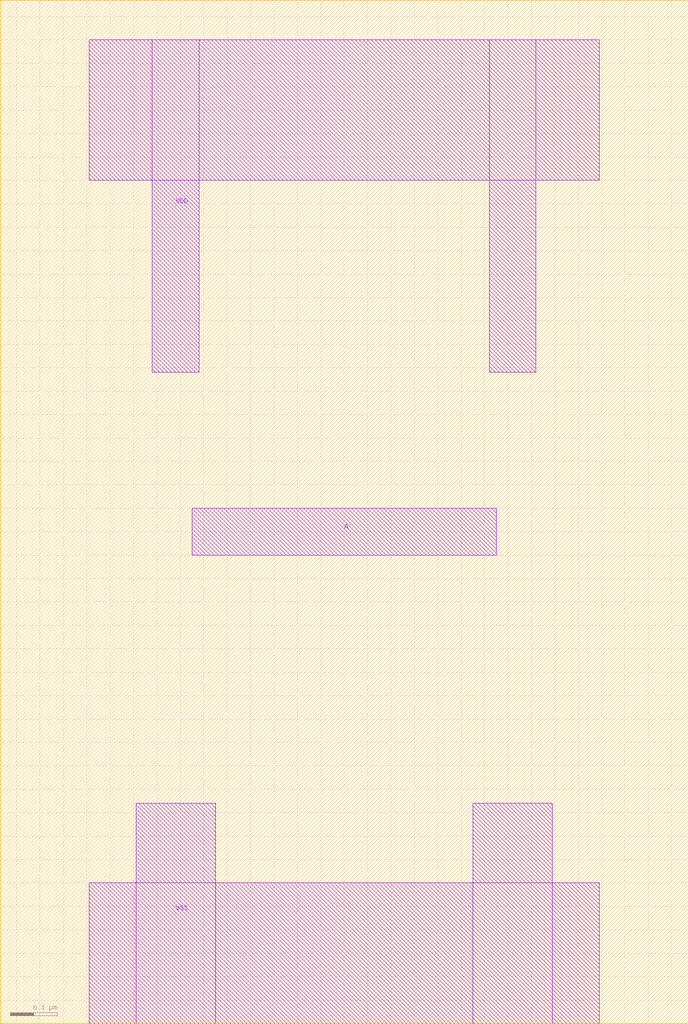
<source format=lef>
VERSION 5.7 ;
BUSBITCHARS "[]" ;
DIVIDERCHAR "/" ;

PROPERTYDEFINITIONS
  MACRO CatenaDesignType STRING ;
  LAYER LEF58_TYPE STRING ;
  LAYER LEF58_ENCLOSURE STRING ;
  LAYER LEF58_SPACING STRING ;
  LAYER LEF58_WIDTH STRING ;
  LAYER LEF58_MINSTEP STRING ;
END PROPERTYDEFINITIONS

UNITS
  CAPACITANCE PICOFARADS 1 ;
  DATABASE MICRONS 1000 ;
END UNITS
MANUFACTURINGGRID 0.005 ;
LAYER OVERLAP
  TYPE OVERLAP ;
END OVERLAP

LAYER PDK
  TYPE MASTERSLICE ;
  PROPERTY LEF58_TYPE "TYPE PWELL ;" ;
  PROPERTY LEF58_SPACING "SPACING 0.47 ;
  SPACING 0 LAYER NW ;" ;
  PROPERTY LEF58_WIDTH "WIDTH 0.47 ;" ;
END PDK

LAYER NW
  TYPE MASTERSLICE ;
  PROPERTY LEF58_TYPE "TYPE NWELL ;" ;
  PROPERTY LEF58_SPACING "SPACING 0.47 ;
  SPACING 2.5 LAYER DNW ;" ;
  PROPERTY LEF58_WIDTH "WIDTH 0.47 ;" ;
END NW

LAYER OD
  TYPE MASTERSLICE ;
  PROPERTY LEF58_TYPE "TYPE DIFFUSION ;" ;
  PROPERTY LEF58_SPACING "SPACING 0.11 ;" ;
  PROPERTY LEF58_WIDTH "WIDTH 0.08 ;" ;
END OD

LAYER PO
  TYPE ROUTING ;
  DIRECTION HORIZONTAL ;
  WIDTH 0.06 ;
  AREA 0.042 ;
  SPACINGTABLE
    PARALLELRUNLENGTH 0.004 0.184 
    WIDTH 0.004 0.12 0.12 
    WIDTH 0.134 0.12 0.18 ;
  SPACING 0.12 SAMENET ;
  MINENCLOSEDAREA 0.094 ;
  RESISTANCE RPERSQ 15.0619 ;
  CAPACITANCE CPERSQDIST 0.00637 ;
  THICKNESS 1000 ;
  EDGECAPACITANCE 0.0117 ;
  ANTENNAMODEL OXIDE1 ;
    ANTENNAAREARATIO 250 ;
    ANTENNACUMAREARATIO 5000 ;
  ANTENNAMODEL OXIDE2 ;
    ANTENNAAREARATIO 250 ;
    ANTENNACUMAREARATIO 1000 ;
  PROPERTY LEF58_TYPE "TYPE POLYROUTING ;" ;
END PO

LAYER PP
  TYPE IMPLANT ;
  WIDTH 0.18 ;
  SPACING 0.18 ;
  AREA 0.122 ;
END PP

LAYER NP
  TYPE IMPLANT ;
  WIDTH 0.18 ;
  SPACING 0.18 ;
  AREA 0.122 ;
END NP

LAYER CO
  TYPE CUT ;
  SPACING 0.11 ;
  SPACING 0.11 SAMENET ;
  SPACING 0.12 ;
  SPACING 0.14 ADJACENTCUTS 3 WITHIN 0.15 ;
  WIDTH 0.09 ;
  ENCLOSURE BELOW 0.01 0.04 ;
  ENCLOSURE ABOVE 0 0.04 ;
  ANTENNAMODEL OXIDE1 ;
    ANTENNAAREARATIO 10 ;
  ANTENNAMODEL OXIDE2 ;
    ANTENNAAREARATIO 10 ;
END CO

LAYER M1
  TYPE ROUTING ;
  DIRECTION HORIZONTAL ;
  PITCH 0.18 0.18 ;
  WIDTH 0.09 ;
  OFFSET 0.09 0.09 ;
  AREA 0.042 ;
  SPACINGTABLE
    PARALLELRUNLENGTH 0.004 0.384 0.424 1.504 4.504 
    WIDTH 0.004 0.09 0.09 0.09 0.09 0.09 
    WIDTH 0.204 0.09 0.11 0.09 0.09 0.09 
    WIDTH 0.424 0.09 0.11 0.16 0.09 0.09 
    WIDTH 1.504 0.09 0.11 0.16 0.5 0.09 
    WIDTH 4.504 0.09 0.11 0.16 0.5 1.5 ;
  SPACING 0.09 SAMENET ;
  MINIMUMCUT 1 WIDTH 0.089 FROMABOVE ;
  MINIMUMCUT 1 WIDTH 0.099 FROMABOVE ;
  MINIMUMCUT 2 WIDTH 0.299 FROMABOVE ;
  MINIMUMCUT 4 WIDTH 0.699 FROMABOVE ;
  MINIMUMCUT 2 WIDTH 0.3 FROMABOVE LENGTH 0.3 WITHIN 0.2 ;
  MINIMUMCUT 4 WIDTH 0.3 FROMABOVE LENGTH 0.3 WITHIN 0.25 ;
  MINIMUMCUT 4 WIDTH 0.7 FROMABOVE LENGTH 0.7 WITHIN 0.2 ;
  MINIMUMCUT 9 WIDTH 0.7 FROMABOVE LENGTH 0.7 WITHIN 0.35 ;
  MINIMUMCUT 2 WIDTH 0.3 FROMABOVE LENGTH 0.3 WITHIN 0.8 ;
  MINIMUMCUT 2 WIDTH 2 FROMABOVE LENGTH 2 WITHIN 2 ;
  MINIMUMCUT 2 WIDTH 3 FROMABOVE LENGTH 10 WITHIN 5 ;
  MAXWIDTH 12 ;
  MINENCLOSEDAREA 0.2 ;
  DIAGPITCH 0.38 0.38 ;
  DIAGSPACING 0.19 ;
  RESISTANCE RPERSQ 0.0868 ;
  CAPACITANCE CPERSQDIST 0.00514 ;
  THICKNESS 1800 ;
  EDGECAPACITANCE 0.00758 ;
  MINIMUMDENSITY 10 ;
  MAXIMUMDENSITY 90 ;
  DENSITYCHECKWINDOW 20 20 ;
  DENSITYCHECKSTEP 10 ;
  ANTENNAMODEL OXIDE1 ;
    ANTENNACUMAREARATIO 5000 ;
  ANTENNAMODEL OXIDE2 ;
    ANTENNACUMAREARATIO 1000 ;
  ACCURRENTDENSITY PEAK
    FREQUENCY 1 ;
    WIDTH 0.2 0.4 0.8 1.6 5 ;
    TABLEENTRIES
       9.36775 19.5501 39.9148 80.6441 253.744 ;
  ACCURRENTDENSITY RMS
    FREQUENCY 1 ;
    WIDTH 0.2 0.4 0.8 1.6 5 ;
    TABLEENTRIES
       1.20706 2.15515 3.93091 7.39472 21.9815 ;
END M1

LAYER VIA1
  TYPE CUT ;
  SPACING 0.1 ;
  SPACING 0 SAMENET LAYER CO ;
  SPACING 0.1 ;
  SPACING 0.13 ADJACENTCUTS 3 WITHIN 0.14 ;
  WIDTH 0.1 ;
  ENCLOSURE BELOW 0 0.04 ;
  ENCLOSURE ABOVE 0 0.04 ;
  ANTENNAMODEL OXIDE1 ;
    ANTENNAAREARATIO 20 ;
  ANTENNAMODEL OXIDE2 ;
    ANTENNAAREARATIO 20 ;
END VIA1

LAYER M2
  TYPE ROUTING ;
  DIRECTION VERTICAL ;
  PITCH 0.2 0.2 ;
  WIDTH 0.1 ;
  OFFSET 0.1 0.1 ;
  AREA 0.052 ;
  SPACINGTABLE
    PARALLELRUNLENGTH 0.004 0.384 0.404 1.504 4.504 
    WIDTH 0.004 0.1 0.1 0.1 0.1 0.1 
    WIDTH 0.204 0.1 0.12 0.1 0.1 0.1 
    WIDTH 0.404 0.1 0.12 0.16 0.1 0.1 
    WIDTH 1.504 0.1 0.12 0.16 0.5 0.1 
    WIDTH 4.504 0.1 0.12 0.16 0.5 1.5 ;
  SPACING 0.1 SAMENET ;
  MINIMUMCUT 1 WIDTH 0.089 FROMBELOW ;
  MINIMUMCUT 1 WIDTH 0.099 FROMBELOW ;
  MINIMUMCUT 2 WIDTH 0.299 FROMBELOW ;
  MINIMUMCUT 4 WIDTH 0.699 FROMBELOW ;
  MINIMUMCUT 1 WIDTH 0.099 FROMABOVE ;
  MINIMUMCUT 2 WIDTH 0.299 FROMABOVE ;
  MINIMUMCUT 4 WIDTH 0.699 FROMABOVE ;
  MINIMUMCUT 2 WIDTH 0.3 FROMBELOW LENGTH 0.3 WITHIN 0.2 ;
  MINIMUMCUT 4 WIDTH 0.3 FROMBELOW LENGTH 0.3 WITHIN 0.25 ;
  MINIMUMCUT 4 WIDTH 0.7 FROMBELOW LENGTH 0.7 WITHIN 0.2 ;
  MINIMUMCUT 9 WIDTH 0.7 FROMBELOW LENGTH 0.7 WITHIN 0.35 ;
  MINIMUMCUT 2 WIDTH 0.3 FROMBELOW LENGTH 0.3 WITHIN 0.8 ;
  MINIMUMCUT 2 WIDTH 2 FROMBELOW LENGTH 2 WITHIN 2 ;
  MINIMUMCUT 2 WIDTH 3 FROMBELOW LENGTH 10 WITHIN 5 ;
  MINIMUMCUT 2 WIDTH 0.3 FROMABOVE LENGTH 0.3 WITHIN 0.2 ;
  MINIMUMCUT 4 WIDTH 0.3 FROMABOVE LENGTH 0.3 WITHIN 0.25 ;
  MINIMUMCUT 4 WIDTH 0.7 FROMABOVE LENGTH 0.7 WITHIN 0.2 ;
  MINIMUMCUT 9 WIDTH 0.7 FROMABOVE LENGTH 0.7 WITHIN 0.35 ;
  MINIMUMCUT 2 WIDTH 0.3 FROMABOVE LENGTH 0.3 WITHIN 0.8 ;
  MINIMUMCUT 2 WIDTH 2 FROMABOVE LENGTH 2 WITHIN 2 ;
  MINIMUMCUT 2 WIDTH 3 FROMABOVE LENGTH 10 WITHIN 5 ;
  MAXWIDTH 12 ;
  MINENCLOSEDAREA 0.2 ;
  DIAGPITCH 0.38 0.38 ;
  DIAGSPACING 0.19 ;
  RESISTANCE RPERSQ 0.0778 ;
  CAPACITANCE CPERSQDIST 0.00298 ;
  THICKNESS 2200 ;
  EDGECAPACITANCE 0.00659 ;
  MINIMUMDENSITY 10 ;
  MAXIMUMDENSITY 90 ;
  DENSITYCHECKWINDOW 20 20 ;
  DENSITYCHECKSTEP 10 ;
  ANTENNAMODEL OXIDE1 ;
    ANTENNACUMAREARATIO 5000 ;
  ANTENNAMODEL OXIDE2 ;
    ANTENNACUMAREARATIO 1000 ;
  ACCURRENTDENSITY PEAK
    FREQUENCY 1 ;
    WIDTH 0.2 0.4 0.8 1.6 5 ;
    TABLEENTRIES
       5.72474 11.9473 24.3923 49.2825 155.066 ;
  ACCURRENTDENSITY RMS
    FREQUENCY 1 ;
    WIDTH 0.2 0.4 0.8 1.6 5 ;
    TABLEENTRIES
       0.749923 1.31913 2.37142 4.41089 12.9754 ;
END M2

LAYER VIA2
  TYPE CUT ;
  SPACING 0.1 ;
  SPACING 0 SAMENET LAYER VIA1 STACK ;
  SPACING 0.1 ;
  SPACING 0.13 ADJACENTCUTS 3 WITHIN 0.14 ;
  WIDTH 0.1 ;
  ENCLOSURE BELOW 0 0.04 ;
  ENCLOSURE ABOVE 0 0.04 ;
  ANTENNAMODEL OXIDE1 ;
    ANTENNAAREARATIO 20 ;
  ANTENNAMODEL OXIDE2 ;
    ANTENNAAREARATIO 20 ;
END VIA2

LAYER M3
  TYPE ROUTING ;
  DIRECTION HORIZONTAL ;
  PITCH 0.2 0.2 ;
  WIDTH 0.1 ;
  OFFSET 0.1 0.1 ;
  AREA 0.052 ;
  SPACINGTABLE
    PARALLELRUNLENGTH 0.004 0.384 0.404 1.504 4.504 
    WIDTH 0.004 0.1 0.1 0.1 0.1 0.1 
    WIDTH 0.204 0.1 0.12 0.1 0.1 0.1 
    WIDTH 0.404 0.1 0.12 0.16 0.1 0.1 
    WIDTH 1.504 0.1 0.12 0.16 0.5 0.1 
    WIDTH 4.504 0.1 0.12 0.16 0.5 1.5 ;
  SPACING 0.1 SAMENET ;
  MINIMUMCUT 1 WIDTH 0.099 FROMBELOW ;
  MINIMUMCUT 2 WIDTH 0.299 FROMBELOW ;
  MINIMUMCUT 4 WIDTH 0.699 FROMBELOW ;
  MINIMUMCUT 1 WIDTH 0.099 FROMABOVE ;
  MINIMUMCUT 2 WIDTH 0.299 FROMABOVE ;
  MINIMUMCUT 4 WIDTH 0.699 FROMABOVE ;
  MINIMUMCUT 2 WIDTH 0.3 FROMBELOW LENGTH 0.3 WITHIN 0.2 ;
  MINIMUMCUT 4 WIDTH 0.3 FROMBELOW LENGTH 0.3 WITHIN 0.25 ;
  MINIMUMCUT 4 WIDTH 0.7 FROMBELOW LENGTH 0.7 WITHIN 0.2 ;
  MINIMUMCUT 9 WIDTH 0.7 FROMBELOW LENGTH 0.7 WITHIN 0.35 ;
  MINIMUMCUT 2 WIDTH 0.3 FROMBELOW LENGTH 0.3 WITHIN 0.8 ;
  MINIMUMCUT 2 WIDTH 2 FROMBELOW LENGTH 2 WITHIN 2 ;
  MINIMUMCUT 2 WIDTH 3 FROMBELOW LENGTH 10 WITHIN 5 ;
  MINIMUMCUT 2 WIDTH 0.3 FROMABOVE LENGTH 0.3 WITHIN 0.2 ;
  MINIMUMCUT 4 WIDTH 0.3 FROMABOVE LENGTH 0.3 WITHIN 0.25 ;
  MINIMUMCUT 4 WIDTH 0.7 FROMABOVE LENGTH 0.7 WITHIN 0.2 ;
  MINIMUMCUT 9 WIDTH 0.7 FROMABOVE LENGTH 0.7 WITHIN 0.35 ;
  MINIMUMCUT 2 WIDTH 0.3 FROMABOVE LENGTH 0.3 WITHIN 0.8 ;
  MINIMUMCUT 2 WIDTH 2 FROMABOVE LENGTH 2 WITHIN 2 ;
  MINIMUMCUT 2 WIDTH 3 FROMABOVE LENGTH 10 WITHIN 5 ;
  MAXWIDTH 12 ;
  MINENCLOSEDAREA 0.2 ;
  DIAGPITCH 0.38 0.38 ;
  DIAGSPACING 0.19 ;
  RESISTANCE RPERSQ 0.0778 ;
  CAPACITANCE CPERSQDIST 0.00199 ;
  THICKNESS 2200 ;
  EDGECAPACITANCE 0.00578 ;
  MINIMUMDENSITY 10 ;
  MAXIMUMDENSITY 90 ;
  DENSITYCHECKWINDOW 20 20 ;
  DENSITYCHECKSTEP 10 ;
  ANTENNAMODEL OXIDE1 ;
    ANTENNACUMAREARATIO 5000 ;
  ANTENNAMODEL OXIDE2 ;
    ANTENNACUMAREARATIO 1000 ;
  ACCURRENTDENSITY PEAK
    FREQUENCY 1 ;
    WIDTH 0.2 0.4 0.8 1.6 5 ;
    TABLEENTRIES
       5.72474 11.9473 24.3923 49.2825 155.066 ;
  ACCURRENTDENSITY RMS
    FREQUENCY 1 ;
    WIDTH 0.2 0.4 0.8 1.6 5 ;
    TABLEENTRIES
       0.696634 1.16947 1.99669 3.54867 9.95791 ;
END M3

LAYER VIA3
  TYPE CUT ;
  SPACING 0.1 ;
  SPACING 0 SAMENET LAYER VIA2 STACK ;
  SPACING 0.1 ;
  SPACING 0.13 ADJACENTCUTS 3 WITHIN 0.14 ;
  WIDTH 0.1 ;
  ENCLOSURE BELOW 0 0.04 ;
  ENCLOSURE ABOVE 0 0.04 ;
  ANTENNAMODEL OXIDE1 ;
    ANTENNAAREARATIO 20 ;
  ANTENNAMODEL OXIDE2 ;
    ANTENNAAREARATIO 20 ;
END VIA3

LAYER M4
  TYPE ROUTING ;
  DIRECTION VERTICAL ;
  PITCH 0.2 0.2 ;
  WIDTH 0.1 ;
  OFFSET 0.1 0.1 ;
  AREA 0.052 ;
  SPACINGTABLE
    PARALLELRUNLENGTH 0.004 0.384 0.404 1.504 4.504 
    WIDTH 0.004 0.1 0.1 0.1 0.1 0.1 
    WIDTH 0.204 0.1 0.12 0.1 0.1 0.1 
    WIDTH 0.404 0.1 0.12 0.16 0.1 0.1 
    WIDTH 1.504 0.1 0.12 0.16 0.5 0.1 
    WIDTH 4.504 0.1 0.12 0.16 0.5 1.5 ;
  SPACING 0.1 SAMENET ;
  MINIMUMCUT 1 WIDTH 0.099 FROMBELOW ;
  MINIMUMCUT 2 WIDTH 0.299 FROMBELOW ;
  MINIMUMCUT 4 WIDTH 0.699 FROMBELOW ;
  MINIMUMCUT 1 WIDTH 0.099 FROMABOVE ;
  MINIMUMCUT 2 WIDTH 0.299 FROMABOVE ;
  MINIMUMCUT 4 WIDTH 0.699 FROMABOVE ;
  MINIMUMCUT 2 WIDTH 0.3 FROMBELOW LENGTH 0.3 WITHIN 0.2 ;
  MINIMUMCUT 4 WIDTH 0.3 FROMBELOW LENGTH 0.3 WITHIN 0.25 ;
  MINIMUMCUT 4 WIDTH 0.7 FROMBELOW LENGTH 0.7 WITHIN 0.2 ;
  MINIMUMCUT 9 WIDTH 0.7 FROMBELOW LENGTH 0.7 WITHIN 0.35 ;
  MINIMUMCUT 2 WIDTH 0.3 FROMBELOW LENGTH 0.3 WITHIN 0.8 ;
  MINIMUMCUT 2 WIDTH 2 FROMBELOW LENGTH 2 WITHIN 2 ;
  MINIMUMCUT 2 WIDTH 3 FROMBELOW LENGTH 10 WITHIN 5 ;
  MINIMUMCUT 2 WIDTH 0.3 FROMABOVE LENGTH 0.3 WITHIN 0.2 ;
  MINIMUMCUT 4 WIDTH 0.3 FROMABOVE LENGTH 0.3 WITHIN 0.25 ;
  MINIMUMCUT 4 WIDTH 0.7 FROMABOVE LENGTH 0.7 WITHIN 0.2 ;
  MINIMUMCUT 9 WIDTH 0.7 FROMABOVE LENGTH 0.7 WITHIN 0.35 ;
  MINIMUMCUT 2 WIDTH 0.3 FROMABOVE LENGTH 0.3 WITHIN 0.8 ;
  MINIMUMCUT 2 WIDTH 2 FROMABOVE LENGTH 2 WITHIN 2 ;
  MINIMUMCUT 2 WIDTH 3 FROMABOVE LENGTH 10 WITHIN 5 ;
  MAXWIDTH 12 ;
  MINENCLOSEDAREA 0.2 ;
  DIAGPITCH 0.38 0.38 ;
  DIAGSPACING 0.19 ;
  RESISTANCE RPERSQ 0.0778 ;
  CAPACITANCE CPERSQDIST 0.00149 ;
  THICKNESS 2200 ;
  EDGECAPACITANCE 0.00537 ;
  MINIMUMDENSITY 10 ;
  MAXIMUMDENSITY 90 ;
  DENSITYCHECKWINDOW 20 20 ;
  DENSITYCHECKSTEP 10 ;
  ANTENNAMODEL OXIDE1 ;
    ANTENNACUMAREARATIO 5000 ;
  ANTENNAMODEL OXIDE2 ;
    ANTENNACUMAREARATIO 1000 ;
  ACCURRENTDENSITY PEAK
    FREQUENCY 1 ;
    WIDTH 0.2 0.4 0.8 1.6 5 ;
    TABLEENTRIES
       5.72474 11.9473 24.3923 49.2825 155.066 ;
  ACCURRENTDENSITY RMS
    FREQUENCY 1 ;
    WIDTH 0.2 0.4 0.8 1.6 5 ;
    TABLEENTRIES
       0.674844 1.10631 1.83204 3.15479 8.51792 ;
END M4

LAYER VIA4
  TYPE CUT ;
  SPACING 0.1 ;
  SPACING 0 SAMENET LAYER VIA3 STACK ;
  SPACING 0.1 ;
  SPACING 0.13 ADJACENTCUTS 3 WITHIN 0.14 ;
  WIDTH 0.1 ;
  ENCLOSURE BELOW 0 0.04 ;
  ENCLOSURE ABOVE 0 0.04 ;
  ANTENNAMODEL OXIDE1 ;
    ANTENNAAREARATIO 20 ;
  ANTENNAMODEL OXIDE2 ;
    ANTENNAAREARATIO 20 ;
END VIA4

LAYER M5
  TYPE ROUTING ;
  DIRECTION HORIZONTAL ;
  PITCH 0.2 0.2 ;
  WIDTH 0.1 ;
  OFFSET 0.1 0.1 ;
  AREA 0.052 ;
  SPACINGTABLE
    PARALLELRUNLENGTH 0.004 0.384 0.404 1.504 4.504 
    WIDTH 0.004 0.1 0.1 0.1 0.1 0.1 
    WIDTH 0.204 0.1 0.12 0.1 0.1 0.1 
    WIDTH 0.404 0.1 0.12 0.16 0.1 0.1 
    WIDTH 1.504 0.1 0.12 0.16 0.5 0.1 
    WIDTH 4.504 0.1 0.12 0.16 0.5 1.5 ;
  SPACING 0.1 SAMENET ;
  MINIMUMCUT 1 WIDTH 0.099 FROMBELOW ;
  MINIMUMCUT 2 WIDTH 0.299 FROMBELOW ;
  MINIMUMCUT 4 WIDTH 0.699 FROMBELOW ;
  MINIMUMCUT 1 WIDTH 0.099 FROMABOVE ;
  MINIMUMCUT 2 WIDTH 0.299 FROMABOVE ;
  MINIMUMCUT 4 WIDTH 0.699 FROMABOVE ;
  MINIMUMCUT 2 WIDTH 0.3 FROMBELOW LENGTH 0.3 WITHIN 0.2 ;
  MINIMUMCUT 4 WIDTH 0.3 FROMBELOW LENGTH 0.3 WITHIN 0.25 ;
  MINIMUMCUT 4 WIDTH 0.7 FROMBELOW LENGTH 0.7 WITHIN 0.2 ;
  MINIMUMCUT 9 WIDTH 0.7 FROMBELOW LENGTH 0.7 WITHIN 0.35 ;
  MINIMUMCUT 2 WIDTH 0.3 FROMBELOW LENGTH 0.3 WITHIN 0.8 ;
  MINIMUMCUT 2 WIDTH 2 FROMBELOW LENGTH 2 WITHIN 2 ;
  MINIMUMCUT 2 WIDTH 3 FROMBELOW LENGTH 10 WITHIN 5 ;
  MINIMUMCUT 2 WIDTH 0.3 FROMABOVE LENGTH 0.3 WITHIN 0.2 ;
  MINIMUMCUT 4 WIDTH 0.3 FROMABOVE LENGTH 0.3 WITHIN 0.25 ;
  MINIMUMCUT 4 WIDTH 0.7 FROMABOVE LENGTH 0.7 WITHIN 0.2 ;
  MINIMUMCUT 9 WIDTH 0.7 FROMABOVE LENGTH 0.7 WITHIN 0.35 ;
  MINIMUMCUT 2 WIDTH 0.3 FROMABOVE LENGTH 0.3 WITHIN 0.8 ;
  MINIMUMCUT 2 WIDTH 2 FROMABOVE LENGTH 2 WITHIN 2 ;
  MINIMUMCUT 2 WIDTH 3 FROMABOVE LENGTH 10 WITHIN 5 ;
  MAXWIDTH 12 ;
  MINENCLOSEDAREA 0.2 ;
  DIAGPITCH 0.38 0.38 ;
  DIAGSPACING 0.19 ;
  RESISTANCE RPERSQ 0.0778 ;
  CAPACITANCE CPERSQDIST 0.0012 ;
  THICKNESS 2200 ;
  EDGECAPACITANCE 0.00513 ;
  MINIMUMDENSITY 10 ;
  MAXIMUMDENSITY 90 ;
  DENSITYCHECKWINDOW 20 20 ;
  DENSITYCHECKSTEP 10 ;
  ANTENNAMODEL OXIDE1 ;
    ANTENNACUMAREARATIO 5000 ;
  ANTENNAMODEL OXIDE2 ;
    ANTENNACUMAREARATIO 1000 ;
  ACCURRENTDENSITY PEAK
    FREQUENCY 1 ;
    WIDTH 0.2 0.4 0.8 1.6 5 ;
    TABLEENTRIES
       5.72474 11.9473 24.3923 49.2825 155.066 ;
  ACCURRENTDENSITY RMS
    FREQUENCY 1 ;
    WIDTH 0.2 0.4 0.8 1.6 5 ;
    TABLEENTRIES
       0.59004 0.967284 1.60182 2.75834 7.44752 ;
END M5

LAYER VIA5
  TYPE CUT ;
  SPACING 0.1 ;
  SPACING 0 SAMENET LAYER VIA4 STACK ;
  SPACING 0.1 ;
  SPACING 0.13 ADJACENTCUTS 3 WITHIN 0.14 ;
  WIDTH 0.1 ;
  ENCLOSURE BELOW 0 0.04 ;
  ENCLOSURE ABOVE 0 0.04 ;
  ANTENNAMODEL OXIDE1 ;
    ANTENNAAREARATIO 20 ;
  ANTENNAMODEL OXIDE2 ;
    ANTENNAAREARATIO 20 ;
END VIA5

LAYER M6
  TYPE ROUTING ;
  DIRECTION VERTICAL ;
  PITCH 0.2 0.2 ;
  WIDTH 0.1 ;
  OFFSET 0.1 0.1 ;
  AREA 0.052 ;
  SPACINGTABLE
    PARALLELRUNLENGTH 0.004 0.384 0.404 1.504 4.504 
    WIDTH 0.004 0.1 0.1 0.1 0.1 0.1 
    WIDTH 0.204 0.1 0.12 0.1 0.1 0.1 
    WIDTH 0.404 0.1 0.12 0.16 0.1 0.1 
    WIDTH 1.504 0.1 0.12 0.16 0.5 0.1 
    WIDTH 4.504 0.1 0.12 0.16 0.5 1.5 ;
  SPACING 0.1 SAMENET ;
  MINIMUMCUT 1 WIDTH 0.099 FROMBELOW ;
  MINIMUMCUT 2 WIDTH 0.299 FROMBELOW ;
  MINIMUMCUT 4 WIDTH 0.699 FROMBELOW ;
  MINIMUMCUT 1 WIDTH 0.099 FROMABOVE ;
  MINIMUMCUT 2 WIDTH 0.299 FROMABOVE ;
  MINIMUMCUT 4 WIDTH 0.699 FROMABOVE ;
  MINIMUMCUT 2 WIDTH 0.3 FROMBELOW LENGTH 0.3 WITHIN 0.2 ;
  MINIMUMCUT 4 WIDTH 0.3 FROMBELOW LENGTH 0.3 WITHIN 0.25 ;
  MINIMUMCUT 4 WIDTH 0.7 FROMBELOW LENGTH 0.7 WITHIN 0.2 ;
  MINIMUMCUT 9 WIDTH 0.7 FROMBELOW LENGTH 0.7 WITHIN 0.35 ;
  MINIMUMCUT 2 WIDTH 0.3 FROMBELOW LENGTH 0.3 WITHIN 0.8 ;
  MINIMUMCUT 2 WIDTH 2 FROMBELOW LENGTH 2 WITHIN 2 ;
  MINIMUMCUT 2 WIDTH 3 FROMBELOW LENGTH 10 WITHIN 5 ;
  MINIMUMCUT 2 WIDTH 0.3 FROMABOVE LENGTH 0.3 WITHIN 0.2 ;
  MINIMUMCUT 4 WIDTH 0.3 FROMABOVE LENGTH 0.3 WITHIN 0.25 ;
  MINIMUMCUT 4 WIDTH 0.7 FROMABOVE LENGTH 0.7 WITHIN 0.2 ;
  MINIMUMCUT 9 WIDTH 0.7 FROMABOVE LENGTH 0.7 WITHIN 0.35 ;
  MINIMUMCUT 2 WIDTH 0.3 FROMABOVE LENGTH 0.3 WITHIN 0.8 ;
  MINIMUMCUT 2 WIDTH 2 FROMABOVE LENGTH 2 WITHIN 2 ;
  MINIMUMCUT 2 WIDTH 3 FROMABOVE LENGTH 10 WITHIN 5 ;
  MAXWIDTH 12 ;
  MINENCLOSEDAREA 0.2 ;
  DIAGPITCH 0.38 0.38 ;
  DIAGSPACING 0.19 ;
  RESISTANCE RPERSQ 0.0778 ;
  CAPACITANCE CPERSQDIST 0.000996 ;
  THICKNESS 2200 ;
  EDGECAPACITANCE 0.00502 ;
  MINIMUMDENSITY 10 ;
  MAXIMUMDENSITY 90 ;
  DENSITYCHECKWINDOW 20 20 ;
  DENSITYCHECKSTEP 10 ;
  ANTENNAMODEL OXIDE1 ;
    ANTENNACUMAREARATIO 5000 ;
  ANTENNAMODEL OXIDE2 ;
    ANTENNACUMAREARATIO 1000 ;
  ACCURRENTDENSITY PEAK
    FREQUENCY 1 ;
    WIDTH 0.2 0.4 0.8 1.6 5 ;
    TABLEENTRIES
       5.72474 11.9473 24.3923 49.2825 155.066 ;
  ACCURRENTDENSITY RMS
    FREQUENCY 1 ;
    WIDTH 0.2 0.4 0.8 1.6 5 ;
    TABLEENTRIES
       0.531302 0.870991 1.44236 2.48375 6.70612 ;
END M6

LAYER VIA6
  TYPE CUT ;
  SPACING 0.1 ;
  SPACING 0 SAMENET LAYER VIA5 STACK ;
  SPACING 0.1 ;
  SPACING 0.13 ADJACENTCUTS 3 WITHIN 0.14 ;
  WIDTH 0.1 ;
  ENCLOSURE BELOW 0 0.04 ;
  ENCLOSURE ABOVE 0 0.04 ;
  ANTENNAMODEL OXIDE1 ;
    ANTENNAAREARATIO 20 ;
  ANTENNAMODEL OXIDE2 ;
    ANTENNAAREARATIO 20 ;
END VIA6

LAYER M7
  TYPE ROUTING ;
  DIRECTION HORIZONTAL ;
  PITCH 0.2 0.2 ;
  WIDTH 0.1 ;
  OFFSET 0.1 0.1 ;
  AREA 0.052 ;
  SPACINGTABLE
    PARALLELRUNLENGTH 0.004 0.384 0.404 1.504 4.504 
    WIDTH 0.004 0.1 0.1 0.1 0.1 0.1 
    WIDTH 0.204 0.1 0.12 0.1 0.1 0.1 
    WIDTH 0.404 0.1 0.12 0.16 0.1 0.1 
    WIDTH 1.504 0.1 0.12 0.16 0.5 0.1 
    WIDTH 4.504 0.1 0.12 0.16 0.5 1.5 ;
  SPACING 0.1 SAMENET ;
  MINIMUMCUT 1 WIDTH 0.099 FROMABOVE ;
  MINIMUMCUT 1 WIDTH 0.359 FROMABOVE ;
  MINIMUMCUT 2 WIDTH 1.799 FROMABOVE ;
  MINIMUMCUT 1 WIDTH 0.099 FROMBELOW ;
  MINIMUMCUT 2 WIDTH 0.299 FROMBELOW ;
  MINIMUMCUT 4 WIDTH 0.699 FROMBELOW ;
  MINIMUMCUT 2 WIDTH 0.3 FROMBELOW LENGTH 0.3 WITHIN 0.2 ;
  MINIMUMCUT 4 WIDTH 0.3 FROMBELOW LENGTH 0.3 WITHIN 0.25 ;
  MINIMUMCUT 4 WIDTH 0.7 FROMBELOW LENGTH 0.7 WITHIN 0.2 ;
  MINIMUMCUT 9 WIDTH 0.7 FROMBELOW LENGTH 0.7 WITHIN 0.35 ;
  MINIMUMCUT 2 WIDTH 0.3 FROMBELOW LENGTH 0.3 WITHIN 0.8 ;
  MINIMUMCUT 2 WIDTH 2 FROMBELOW LENGTH 2 WITHIN 2 ;
  MINIMUMCUT 2 WIDTH 3 FROMBELOW LENGTH 10 WITHIN 5 ;
  MINIMUMCUT 2 WIDTH 1.8 FROMABOVE LENGTH 1.8 WITHIN 1.7 ;
  MINIMUMCUT 2 WIDTH 3 FROMABOVE LENGTH 10 WITHIN 5 ;
  MAXWIDTH 12 ;
  MINENCLOSEDAREA 0.2 ;
  DIAGPITCH 0.38 0.38 ;
  DIAGSPACING 0.19 ;
  RESISTANCE RPERSQ 0.0778 ;
  CAPACITANCE CPERSQDIST 0.000854 ;
  THICKNESS 2200 ;
  EDGECAPACITANCE 0.00529 ;
  MINIMUMDENSITY 10 ;
  MAXIMUMDENSITY 90 ;
  DENSITYCHECKWINDOW 20 20 ;
  DENSITYCHECKSTEP 10 ;
  ANTENNAMODEL OXIDE1 ;
    ANTENNACUMAREARATIO 5000 ;
  ANTENNAMODEL OXIDE2 ;
    ANTENNACUMAREARATIO 1000 ;
  ACCURRENTDENSITY PEAK
    FREQUENCY 1 ;
    WIDTH 0.2 0.4 0.8 1.6 5 ;
    TABLEENTRIES
       5.72474 11.9473 24.3923 49.2825 155.066 ;
  ACCURRENTDENSITY RMS
    FREQUENCY 1 ;
    WIDTH 0.2 0.4 0.8 1.6 5 ;
    TABLEENTRIES
       0.486946 0.798276 1.32194 2.2764 6.14627 ;
END M7

LAYER VIA7
  TYPE CUT ;
  SPACING 0.34 ;
  SPACING 0 SAMENET LAYER VIA6 STACK ;
  SPACING 0.34 ;
  SPACING 0.54 ADJACENTCUTS 3 WITHIN 0.56 ;
  WIDTH 0.36 ;
  ENCLOSURE BELOW 0.02 0.08 ;
  ENCLOSURE ABOVE 0.02 0.08 ;
  ANTENNAMODEL OXIDE1 ;
    ANTENNAAREARATIO 20 ;
  ANTENNAMODEL OXIDE2 ;
    ANTENNAAREARATIO 20 ;
END VIA7

LAYER M8
  TYPE ROUTING ;
  DIRECTION VERTICAL ;
  PITCH 0.8 0.8 ;
  WIDTH 0.4 ;
  OFFSET 0.4 0.4 ;
  AREA 0.565 ;
  SPACINGTABLE
    PARALLELRUNLENGTH 0.004 1.504 4.504 
    WIDTH 0.004 0.4 0.4 0.4 
    WIDTH 1.504 0.4 0.5 0.5 
    WIDTH 4.504 0.4 0.5 1.5 ;
  SPACING 0.4 SAMENET ;
  MINIMUMCUT 1 WIDTH 0.099 FROMBELOW ;
  MINIMUMCUT 1 WIDTH 0.359 FROMBELOW ;
  MINIMUMCUT 2 WIDTH 1.799 FROMBELOW ;
  MINIMUMCUT 2 WIDTH 0.359 FROMABOVE ;
  MINIMUMCUT 2 WIDTH 1.8 FROMBELOW LENGTH 1.8 WITHIN 1.7 ;
  MINIMUMCUT 2 WIDTH 3 FROMBELOW LENGTH 10 WITHIN 5 ;
  MINIMUMCUT 2 WIDTH 1.8 FROMABOVE LENGTH 1.8 WITHIN 1.7 ;
  MINIMUMCUT 2 WIDTH 3 FROMABOVE LENGTH 10 WITHIN 5 ;
  MAXWIDTH 12 ;
  MINENCLOSEDAREA 0.565 ;
  RESISTANCE RPERSQ 0.0215 ;
  CAPACITANCE CPERSQDIST 0.00323 ;
  THICKNESS 9000 ;
  EDGECAPACITANCE 0.00615 ;
  MINIMUMDENSITY 10 ;
  MAXIMUMDENSITY 90 ;
  DENSITYCHECKWINDOW 20 20 ;
  DENSITYCHECKSTEP 10 ;
  ANTENNAMODEL OXIDE1 ;
    ANTENNACUMAREARATIO 5000 ;
  ANTENNAMODEL OXIDE2 ;
    ANTENNACUMAREARATIO 1000 ;
  ACCURRENTDENSITY PEAK
    FREQUENCY 1 ;
    WIDTH 0.2 0.4 0.8 1.6 5 ;
    TABLEENTRIES
       16.0372 33.8563 69.4945 140.771 443.695 ;
  ACCURRENTDENSITY RMS
    FREQUENCY 1 ;
    WIDTH 0.2 0.4 0.8 1.6 5 ;
    TABLEENTRIES
       1.29043 2.05444 3.2317 5.20772 12.6666 ;
END M8

LAYER VIA8
  TYPE CUT ;
  SPACING 0.34 ;
  SPACING 0 SAMENET LAYER VIA7 ;
  SPACING 0.34 ;
  SPACING 0.54 ADJACENTCUTS 3 WITHIN 0.56 ;
  WIDTH 0.36 ;
  ENCLOSURE BELOW 0.08 0.08 ;
  ENCLOSURE ABOVE 0.3 0.3 ;
  ANTENNAMODEL OXIDE1 ;
    ANTENNAAREARATIO 20 ;
  ANTENNAMODEL OXIDE2 ;
    ANTENNAAREARATIO 20 ;
END VIA8

LAYER M9
  TYPE ROUTING ;
  DIRECTION HORIZONTAL ;
  PITCH 4 4 ;
  WIDTH 2 ;
  OFFSET 2 2 ;
  AREA 9 ;
  SPACING 2 ;
  SPACING 2 SAMENET ;
  MINIMUMCUT 2 WIDTH 0.359 FROMBELOW ;
  MINIMUMCUT 2 WIDTH 1.8 FROMBELOW LENGTH 1.8 WITHIN 1.7 ;
  MINIMUMCUT 2 WIDTH 3 FROMBELOW LENGTH 10 WITHIN 5 ;
  MAXWIDTH 12 ;
  MINENCLOSEDAREA 9 ;
  RESISTANCE RPERSQ 0.0215 ;
  CAPACITANCE CPERSQDIST 0.00245 ;
  THICKNESS 34000 ;
  EDGECAPACITANCE 0.00564 ;
  MINIMUMDENSITY 10 ;
  MAXIMUMDENSITY 80 ;
  DENSITYCHECKWINDOW 100 100 ;
  DENSITYCHECKSTEP 50 ;
  ANTENNAMODEL OXIDE1 ;
    ANTENNACUMAREARATIO 5000 ;
  ANTENNAMODEL OXIDE2 ;
    ANTENNACUMAREARATIO 1000 ;
  ACCURRENTDENSITY PEAK
    FREQUENCY 1 ;
    WIDTH 0.2 0.4 0.8 1.6 5 ;
    TABLEENTRIES
       16.0372 33.8563 69.4945 140.771 443.695 ;
  ACCURRENTDENSITY RMS
    FREQUENCY 1 ;
    WIDTH 0.2 0.4 0.8 1.6 5 ;
    TABLEENTRIES
       1.64281 2.60223 4.05931 6.46339 15.3636 ;
END M9

LAYER RV
  TYPE CUT ;
  SPACING 3 ;
  WIDTH 3 ;
  ENCLOSURE BELOW 1.5 1.5 ;
  ENCLOSURE ABOVE 1.5 1.5 ;
END RV

LAYER AP
  TYPE ROUTING ;
  DIRECTION VERTICAL ;
  WIDTH 3 ;
  SPACING 2 ;
  MAXWIDTH 35 ;
  MINIMUMDENSITY 10 ;
  MAXIMUMDENSITY 70 ;
  ANTENNAMODEL OXIDE1 ;
    ANTENNACUMAREARATIO 5000 ;
  ANTENNAMODEL OXIDE2 ;
    ANTENNACUMAREARATIO 1000 ;
END AP

MAXVIASTACK 4 RANGE M1 M7 ;
VIARULE AP_M9 GENERATE
  LAYER M9 ;
    ENCLOSURE 1.5 1.5 ;
  LAYER AP ;
    ENCLOSURE 1.5 1.5 ;
  LAYER RV ;
    RECT -1.5 -1.5 1.5 1.5 ;
    SPACING 6 BY 6 ;
END AP_M9

VIARULE M9_M8 GENERATE DEFAULT
  LAYER M8 ;
    ENCLOSURE 0.08 0.08 ;
  LAYER M9 ;
    ENCLOSURE 0.3 0.3 ;
  LAYER VIA8 ;
    RECT -0.18 -0.18 0.18 0.18 ;
    SPACING 0.7 BY 0.7 ;
END M9_M8

VIARULE M8_M7 GENERATE DEFAULT
  LAYER M7 ;
    ENCLOSURE 0.08 0.08 ;
  LAYER M8 ;
    ENCLOSURE 0.08 0.08 ;
  LAYER VIA7 ;
    RECT -0.18 -0.18 0.18 0.18 ;
    SPACING 0.7 BY 0.7 ;
END M8_M7

VIARULE M7_M6 GENERATE DEFAULT
  LAYER M6 ;
    ENCLOSURE 0.04 0.04 ;
  LAYER M7 ;
    ENCLOSURE 0.04 0.04 ;
  LAYER VIA6 ;
    RECT -0.05 -0.05 0.05 0.05 ;
    SPACING 0.2 BY 0.2 ;
END M7_M6

VIARULE M6_M5 GENERATE DEFAULT
  LAYER M5 ;
    ENCLOSURE 0.04 0.04 ;
  LAYER M6 ;
    ENCLOSURE 0.04 0.04 ;
  LAYER VIA5 ;
    RECT -0.05 -0.05 0.05 0.05 ;
    SPACING 0.2 BY 0.2 ;
END M6_M5

VIARULE M5_M4 GENERATE DEFAULT
  LAYER M4 ;
    ENCLOSURE 0.04 0.04 ;
  LAYER M5 ;
    ENCLOSURE 0.04 0.04 ;
  LAYER VIA4 ;
    RECT -0.05 -0.05 0.05 0.05 ;
    SPACING 0.2 BY 0.2 ;
END M5_M4

VIARULE M4_M3 GENERATE DEFAULT
  LAYER M3 ;
    ENCLOSURE 0.04 0.04 ;
  LAYER M4 ;
    ENCLOSURE 0.04 0.04 ;
  LAYER VIA3 ;
    RECT -0.05 -0.05 0.05 0.05 ;
    SPACING 0.2 BY 0.2 ;
END M4_M3

VIARULE M3_M2 GENERATE DEFAULT
  LAYER M2 ;
    ENCLOSURE 0.04 0.04 ;
  LAYER M3 ;
    ENCLOSURE 0.04 0.04 ;
  LAYER VIA2 ;
    RECT -0.05 -0.05 0.05 0.05 ;
    SPACING 0.2 BY 0.2 ;
END M3_M2

VIARULE M2_M1 GENERATE DEFAULT
  LAYER M1 ;
    ENCLOSURE 0.04 0.04 ;
  LAYER M2 ;
    ENCLOSURE 0.04 0.04 ;
  LAYER VIA1 ;
    RECT -0.05 -0.05 0.05 0.05 ;
    SPACING 0.2 BY 0.2 ;
END M2_M1

VIARULE M1_PO GENERATE DEFAULT
  LAYER PO ;
    ENCLOSURE 0.04 0.04 ;
  LAYER M1 ;
    ENCLOSURE 0.04 0.04 ;
  LAYER CO ;
    RECT -0.045 -0.045 0.045 0.045 ;
    SPACING 0.2 BY 0.2 ;
END M1_PO

VIARULE M1_NPO GENERATE
  LAYER PO ;
    ENCLOSURE 0.04 0.04 ;
  LAYER M1 ;
    ENCLOSURE 0.04 0.04 ;
  LAYER CO ;
    RECT -0.045 -0.045 0.045 0.045 ;
    SPACING 0.2 BY 0.2 ;
END M1_NPO

VIARULE M1_PPO GENERATE
  LAYER PO ;
    ENCLOSURE 0.04 0.04 ;
  LAYER M1 ;
    ENCLOSURE 0.04 0.04 ;
  LAYER CO ;
    RECT -0.045 -0.045 0.045 0.045 ;
    SPACING 0.2 BY 0.2 ;
END M1_PPO

VIARULE M1_OD GENERATE
  LAYER OD ;
    ENCLOSURE 0.03 0.03 ;
  LAYER M1 ;
    ENCLOSURE 0.04 0.04 ;
  LAYER CO ;
    RECT -0.045 -0.045 0.045 0.045 ;
    SPACING 0.2 BY 0.2 ;
END M1_OD

VIARULE M1_NOD GENERATE
  LAYER OD ;
    ENCLOSURE 0.03 0.03 ;
  LAYER M1 ;
    ENCLOSURE 0.04 0.04 ;
  LAYER CO ;
    RECT -0.045 -0.045 0.045 0.045 ;
    SPACING 0.2 BY 0.2 ;
END M1_NOD

VIARULE M1_POD GENERATE
  LAYER OD ;
    ENCLOSURE 0.03 0.03 ;
  LAYER M1 ;
    ENCLOSURE 0.04 0.04 ;
  LAYER CO ;
    RECT -0.045 -0.045 0.045 0.045 ;
    SPACING 0.2 BY 0.2 ;
END M1_POD

VIARULE M1_NW GENERATE
  LAYER OD ;
    ENCLOSURE 0.03 0.03 ;
  LAYER M1 ;
    ENCLOSURE 0.04 0.04 ;
  LAYER CO ;
    RECT -0.045 -0.045 0.045 0.045 ;
    SPACING 0.2 BY 0.2 ;
END M1_NW

VIARULE M1_SUB GENERATE
  LAYER OD ;
    ENCLOSURE 0.03 0.03 ;
  LAYER M1 ;
    ENCLOSURE 0.04 0.04 ;
  LAYER CO ;
    RECT -0.045 -0.045 0.045 0.045 ;
    SPACING 0.2 BY 0.2 ;
END M1_SUB

VIARULE U276_V2_BASE GENERATE
  LAYER M2 ;
    ENCLOSURE 0 0.07 ;
  LAYER M3 ;
    ENCLOSURE 0 0.07 ;
  LAYER VIA2 ;
    RECT -0.05 -0.05 0.05 0.05 ;
    SPACING 0.1 BY 0.1 ;
END U276_V2_BASE

VIARULE U276_PC_1 GENERATE
  LAYER PO ;
    ENCLOSURE 0 0.06 ;
  LAYER M1 ;
    ENCLOSURE 0.06 0.06 ;
  LAYER CO ;
    RECT -0.045 -0.045 0.045 0.045 ;
    SPACING 0.09 BY 0.09 ;
END U276_PC_1

VIARULE U276_OC_1 GENERATE
  LAYER OD ;
    ENCLOSURE 0 0.06 ;
  LAYER M1 ;
    ENCLOSURE 0.06 0.06 ;
  LAYER CO ;
    RECT -0.045 -0.045 0.045 0.045 ;
    SPACING 0.09 BY 0.09 ;
END U276_OC_1

VIARULE U276_V1_BASE GENERATE
  LAYER M1 ;
    ENCLOSURE 0 0.07 ;
  LAYER M2 ;
    ENCLOSURE 0 0.07 ;
  LAYER VIA1 ;
    RECT -0.05 -0.05 0.05 0.05 ;
    SPACING 0.1 BY 0.1 ;
END U276_V1_BASE

VIARULE U276_OC GENERATE
  LAYER OD ;
    ENCLOSURE 0.045 0.06 ;
  LAYER M1 ;
    ENCLOSURE 0.06 0.06 ;
  LAYER CO ;
    RECT -0.045 -0.045 0.045 0.045 ;
    SPACING 0.09 BY 0.09 ;
END U276_OC

VIARULE U276_PC GENERATE
  LAYER PO ;
    ENCLOSURE 0.045 0.06 ;
  LAYER M1 ;
    ENCLOSURE 0.042 0.06 ;
  LAYER CO ;
    RECT -0.045 -0.045 0.045 0.045 ;
    SPACING 0.09 BY 0.09 ;
END U276_PC

VIARULE U260_V2_BASE GENERATE
  LAYER M2 ;
    ENCLOSURE 0 0.07 ;
  LAYER M3 ;
    ENCLOSURE 0 0.07 ;
  LAYER VIA2 ;
    RECT -0.05 -0.05 0.05 0.05 ;
    SPACING 0.1 BY 0.1 ;
END U260_V2_BASE

VIARULE U260_OC GENERATE
  LAYER OD ;
    ENCLOSURE 0.045 0.06 ;
  LAYER M1 ;
    ENCLOSURE 0.06 0.06 ;
  LAYER CO ;
    RECT -0.045 -0.045 0.045 0.045 ;
    SPACING 0.09 BY 0.09 ;
END U260_OC

VIARULE U260_V1_BASE GENERATE
  LAYER M1 ;
    ENCLOSURE 0 0.07 ;
  LAYER M2 ;
    ENCLOSURE 0 0.07 ;
  LAYER VIA1 ;
    RECT -0.05 -0.05 0.05 0.05 ;
    SPACING 0.1 BY 0.1 ;
END U260_V1_BASE

VIARULE U260_OC_1 GENERATE
  LAYER OD ;
    ENCLOSURE 0 0.06 ;
  LAYER M1 ;
    ENCLOSURE 0.06 0.06 ;
  LAYER CO ;
    RECT -0.045 -0.045 0.045 0.045 ;
    SPACING 0.09 BY 0.09 ;
END U260_OC_1

VIARULE U260_PC GENERATE
  LAYER PO ;
    ENCLOSURE 0.045 0.06 ;
  LAYER M1 ;
    ENCLOSURE 0.042 0.06 ;
  LAYER CO ;
    RECT -0.045 -0.045 0.045 0.045 ;
    SPACING 0.09 BY 0.09 ;
END U260_PC

VIARULE U260_PC_1 GENERATE
  LAYER PO ;
    ENCLOSURE 0 0.06 ;
  LAYER M1 ;
    ENCLOSURE 0.06 0.06 ;
  LAYER CO ;
    RECT -0.045 -0.045 0.045 0.045 ;
    SPACING 0.09 BY 0.09 ;
END U260_PC_1

VIARULE U261_V2_BASE GENERATE
  LAYER M2 ;
    ENCLOSURE 0 0.07 ;
  LAYER M3 ;
    ENCLOSURE 0 0.07 ;
  LAYER VIA2 ;
    RECT -0.05 -0.05 0.05 0.05 ;
    SPACING 0.1 BY 0.1 ;
END U261_V2_BASE

VIARULE U261_OC GENERATE
  LAYER OD ;
    ENCLOSURE 0.045 0.06 ;
  LAYER M1 ;
    ENCLOSURE 0.06 0.06 ;
  LAYER CO ;
    RECT -0.045 -0.045 0.045 0.045 ;
    SPACING 0.09 BY 0.09 ;
END U261_OC

VIARULE U261_V1_BASE GENERATE
  LAYER M1 ;
    ENCLOSURE 0 0.07 ;
  LAYER M2 ;
    ENCLOSURE 0 0.07 ;
  LAYER VIA1 ;
    RECT -0.05 -0.05 0.05 0.05 ;
    SPACING 0.1 BY 0.1 ;
END U261_V1_BASE

VIARULE U261_OC_1 GENERATE
  LAYER OD ;
    ENCLOSURE 0 0.06 ;
  LAYER M1 ;
    ENCLOSURE 0.06 0.06 ;
  LAYER CO ;
    RECT -0.045 -0.045 0.045 0.045 ;
    SPACING 0.09 BY 0.09 ;
END U261_OC_1

VIARULE U261_PC GENERATE
  LAYER PO ;
    ENCLOSURE 0.045 0.06 ;
  LAYER M1 ;
    ENCLOSURE 0.042 0.06 ;
  LAYER CO ;
    RECT -0.045 -0.045 0.045 0.045 ;
    SPACING 0.09 BY 0.09 ;
END U261_PC

VIARULE U261_PC_1 GENERATE
  LAYER PO ;
    ENCLOSURE 0 0.06 ;
  LAYER M1 ;
    ENCLOSURE 0.06 0.06 ;
  LAYER CO ;
    RECT -0.045 -0.045 0.045 0.045 ;
    SPACING 0.09 BY 0.09 ;
END U261_PC_1

VIARULE U262_V2_BASE GENERATE
  LAYER M2 ;
    ENCLOSURE 0 0.07 ;
  LAYER M3 ;
    ENCLOSURE 0 0.07 ;
  LAYER VIA2 ;
    RECT -0.05 -0.05 0.05 0.05 ;
    SPACING 0.1 BY 0.1 ;
END U262_V2_BASE

VIARULE U262_OC GENERATE
  LAYER OD ;
    ENCLOSURE 0.045 0.06 ;
  LAYER M1 ;
    ENCLOSURE 0.06 0.06 ;
  LAYER CO ;
    RECT -0.045 -0.045 0.045 0.045 ;
    SPACING 0.09 BY 0.09 ;
END U262_OC

VIARULE U262_V1_BASE GENERATE
  LAYER M1 ;
    ENCLOSURE 0 0.07 ;
  LAYER M2 ;
    ENCLOSURE 0 0.07 ;
  LAYER VIA1 ;
    RECT -0.05 -0.05 0.05 0.05 ;
    SPACING 0.1 BY 0.1 ;
END U262_V1_BASE

VIARULE U262_OC_1 GENERATE
  LAYER OD ;
    ENCLOSURE 0 0.06 ;
  LAYER M1 ;
    ENCLOSURE 0.06 0.06 ;
  LAYER CO ;
    RECT -0.045 -0.045 0.045 0.045 ;
    SPACING 0.09 BY 0.09 ;
END U262_OC_1

VIARULE U262_PC GENERATE
  LAYER PO ;
    ENCLOSURE 0.045 0.06 ;
  LAYER M1 ;
    ENCLOSURE 0.042 0.06 ;
  LAYER CO ;
    RECT -0.045 -0.045 0.045 0.045 ;
    SPACING 0.09 BY 0.09 ;
END U262_PC

VIARULE U262_PC_1 GENERATE
  LAYER PO ;
    ENCLOSURE 0 0.06 ;
  LAYER M1 ;
    ENCLOSURE 0.06 0.06 ;
  LAYER CO ;
    RECT -0.045 -0.045 0.045 0.045 ;
    SPACING 0.09 BY 0.09 ;
END U262_PC_1

VIARULE U265_V2_BASE GENERATE
  LAYER M2 ;
    ENCLOSURE 0 0.07 ;
  LAYER M3 ;
    ENCLOSURE 0 0.07 ;
  LAYER VIA2 ;
    RECT -0.05 -0.05 0.05 0.05 ;
    SPACING 0.1 BY 0.1 ;
END U265_V2_BASE

VIARULE U265_OC GENERATE
  LAYER OD ;
    ENCLOSURE 0.045 0.06 ;
  LAYER M1 ;
    ENCLOSURE 0.06 0.06 ;
  LAYER CO ;
    RECT -0.045 -0.045 0.045 0.045 ;
    SPACING 0.09 BY 0.09 ;
END U265_OC

VIARULE U265_V1_BASE GENERATE
  LAYER M1 ;
    ENCLOSURE 0 0.07 ;
  LAYER M2 ;
    ENCLOSURE 0 0.07 ;
  LAYER VIA1 ;
    RECT -0.05 -0.05 0.05 0.05 ;
    SPACING 0.1 BY 0.1 ;
END U265_V1_BASE

VIARULE U265_OC_1 GENERATE
  LAYER OD ;
    ENCLOSURE 0 0.06 ;
  LAYER M1 ;
    ENCLOSURE 0.06 0.06 ;
  LAYER CO ;
    RECT -0.045 -0.045 0.045 0.045 ;
    SPACING 0.09 BY 0.09 ;
END U265_OC_1

VIARULE U265_PC GENERATE
  LAYER PO ;
    ENCLOSURE 0.045 0.06 ;
  LAYER M1 ;
    ENCLOSURE 0.042 0.06 ;
  LAYER CO ;
    RECT -0.045 -0.045 0.045 0.045 ;
    SPACING 0.09 BY 0.09 ;
END U265_PC

VIARULE U265_PC_1 GENERATE
  LAYER PO ;
    ENCLOSURE 0 0.06 ;
  LAYER M1 ;
    ENCLOSURE 0.06 0.06 ;
  LAYER CO ;
    RECT -0.045 -0.045 0.045 0.045 ;
    SPACING 0.09 BY 0.09 ;
END U265_PC_1

VIARULE U267_V2_BASE GENERATE
  LAYER M2 ;
    ENCLOSURE 0 0.07 ;
  LAYER M3 ;
    ENCLOSURE 0 0.07 ;
  LAYER VIA2 ;
    RECT -0.05 -0.05 0.05 0.05 ;
    SPACING 0.1 BY 0.1 ;
END U267_V2_BASE

VIARULE U267_OC GENERATE
  LAYER OD ;
    ENCLOSURE 0.045 0.06 ;
  LAYER M1 ;
    ENCLOSURE 0.06 0.06 ;
  LAYER CO ;
    RECT -0.045 -0.045 0.045 0.045 ;
    SPACING 0.09 BY 0.09 ;
END U267_OC

VIARULE U267_V1_BASE GENERATE
  LAYER M1 ;
    ENCLOSURE 0 0.07 ;
  LAYER M2 ;
    ENCLOSURE 0 0.07 ;
  LAYER VIA1 ;
    RECT -0.05 -0.05 0.05 0.05 ;
    SPACING 0.1 BY 0.1 ;
END U267_V1_BASE

VIARULE U267_OC_1 GENERATE
  LAYER OD ;
    ENCLOSURE 0 0.06 ;
  LAYER M1 ;
    ENCLOSURE 0.06 0.06 ;
  LAYER CO ;
    RECT -0.045 -0.045 0.045 0.045 ;
    SPACING 0.09 BY 0.09 ;
END U267_OC_1

VIARULE U267_PC GENERATE
  LAYER PO ;
    ENCLOSURE 0.045 0.06 ;
  LAYER M1 ;
    ENCLOSURE 0.042 0.06 ;
  LAYER CO ;
    RECT -0.045 -0.045 0.045 0.045 ;
    SPACING 0.09 BY 0.09 ;
END U267_PC

VIARULE U267_PC_1 GENERATE
  LAYER PO ;
    ENCLOSURE 0 0.06 ;
  LAYER M1 ;
    ENCLOSURE 0.06 0.06 ;
  LAYER CO ;
    RECT -0.045 -0.045 0.045 0.045 ;
    SPACING 0.09 BY 0.09 ;
END U267_PC_1

VIARULE U273_V2_BASE GENERATE
  LAYER M2 ;
    ENCLOSURE 0 0.07 ;
  LAYER M3 ;
    ENCLOSURE 0 0.07 ;
  LAYER VIA2 ;
    RECT -0.05 -0.05 0.05 0.05 ;
    SPACING 0.1 BY 0.1 ;
END U273_V2_BASE

VIARULE U273_OC GENERATE
  LAYER OD ;
    ENCLOSURE 0.045 0.06 ;
  LAYER M1 ;
    ENCLOSURE 0.06 0.06 ;
  LAYER CO ;
    RECT -0.045 -0.045 0.045 0.045 ;
    SPACING 0.09 BY 0.09 ;
END U273_OC

VIARULE U273_V1_BASE GENERATE
  LAYER M1 ;
    ENCLOSURE 0 0.07 ;
  LAYER M2 ;
    ENCLOSURE 0 0.07 ;
  LAYER VIA1 ;
    RECT -0.05 -0.05 0.05 0.05 ;
    SPACING 0.1 BY 0.1 ;
END U273_V1_BASE

VIARULE U273_OC_1 GENERATE
  LAYER OD ;
    ENCLOSURE 0 0.06 ;
  LAYER M1 ;
    ENCLOSURE 0.06 0.06 ;
  LAYER CO ;
    RECT -0.045 -0.045 0.045 0.045 ;
    SPACING 0.09 BY 0.09 ;
END U273_OC_1

VIARULE U273_PC GENERATE
  LAYER PO ;
    ENCLOSURE 0.045 0.06 ;
  LAYER M1 ;
    ENCLOSURE 0.042 0.06 ;
  LAYER CO ;
    RECT -0.045 -0.045 0.045 0.045 ;
    SPACING 0.09 BY 0.09 ;
END U273_PC

VIARULE U273_PC_1 GENERATE
  LAYER PO ;
    ENCLOSURE 0 0.06 ;
  LAYER M1 ;
    ENCLOSURE 0.06 0.06 ;
  LAYER CO ;
    RECT -0.045 -0.045 0.045 0.045 ;
    SPACING 0.09 BY 0.09 ;
END U273_PC_1

VIARULE U274_V2_BASE GENERATE
  LAYER M2 ;
    ENCLOSURE 0 0.07 ;
  LAYER M3 ;
    ENCLOSURE 0 0.07 ;
  LAYER VIA2 ;
    RECT -0.05 -0.05 0.05 0.05 ;
    SPACING 0.1 BY 0.1 ;
END U274_V2_BASE

VIARULE U274_OC GENERATE
  LAYER OD ;
    ENCLOSURE 0.045 0.06 ;
  LAYER M1 ;
    ENCLOSURE 0.06 0.06 ;
  LAYER CO ;
    RECT -0.045 -0.045 0.045 0.045 ;
    SPACING 0.09 BY 0.09 ;
END U274_OC

VIARULE U274_V1_BASE GENERATE
  LAYER M1 ;
    ENCLOSURE 0 0.07 ;
  LAYER M2 ;
    ENCLOSURE 0 0.07 ;
  LAYER VIA1 ;
    RECT -0.05 -0.05 0.05 0.05 ;
    SPACING 0.1 BY 0.1 ;
END U274_V1_BASE

VIARULE U274_OC_1 GENERATE
  LAYER OD ;
    ENCLOSURE 0 0.06 ;
  LAYER M1 ;
    ENCLOSURE 0.06 0.06 ;
  LAYER CO ;
    RECT -0.045 -0.045 0.045 0.045 ;
    SPACING 0.09 BY 0.09 ;
END U274_OC_1

VIARULE U274_PC GENERATE
  LAYER PO ;
    ENCLOSURE 0.045 0.06 ;
  LAYER M1 ;
    ENCLOSURE 0.042 0.06 ;
  LAYER CO ;
    RECT -0.045 -0.045 0.045 0.045 ;
    SPACING 0.09 BY 0.09 ;
END U274_PC

VIARULE U274_PC_1 GENERATE
  LAYER PO ;
    ENCLOSURE 0 0.06 ;
  LAYER M1 ;
    ENCLOSURE 0.06 0.06 ;
  LAYER CO ;
    RECT -0.045 -0.045 0.045 0.045 ;
    SPACING 0.09 BY 0.09 ;
END U274_PC_1

VIA DFM_M7_M6s
  LAYER VIA6 ;
    RECT -0.05 -0.05 0.05 0.05 ;
  LAYER M7 ;
    RECT -0.12 -0.12 0.12 0.12 ;
  LAYER M6 ;
    RECT -0.12 -0.12 0.12 0.12 ;
END DFM_M7_M6s

VIA DFM_M6_M5s
  LAYER VIA5 ;
    RECT -0.05 -0.05 0.05 0.05 ;
  LAYER M6 ;
    RECT -0.12 -0.12 0.12 0.12 ;
  LAYER M5 ;
    RECT -0.12 -0.12 0.12 0.12 ;
END DFM_M6_M5s

VIA DFM_M5_M4s
  LAYER VIA4 ;
    RECT -0.05 -0.05 0.05 0.05 ;
  LAYER M5 ;
    RECT -0.12 -0.12 0.12 0.12 ;
  LAYER M4 ;
    RECT -0.12 -0.12 0.12 0.12 ;
END DFM_M5_M4s

VIA DFM_M4_M3s
  LAYER VIA3 ;
    RECT -0.05 -0.05 0.05 0.05 ;
  LAYER M4 ;
    RECT -0.12 -0.12 0.12 0.12 ;
  LAYER M3 ;
    RECT -0.12 -0.12 0.12 0.12 ;
END DFM_M4_M3s

VIA DFM_M3_M2s
  LAYER VIA2 ;
    RECT -0.05 -0.05 0.05 0.05 ;
  LAYER M3 ;
    RECT -0.12 -0.12 0.12 0.12 ;
  LAYER M2 ;
    RECT -0.12 -0.12 0.12 0.12 ;
END DFM_M3_M2s

VIA DFM_M2_M1s
  LAYER VIA1 ;
    RECT -0.05 -0.05 0.05 0.05 ;
  LAYER M2 ;
    RECT -0.12 -0.12 0.12 0.12 ;
  LAYER M1 ;
    RECT -0.12 -0.12 0.12 0.12 ;
END DFM_M2_M1s

VIA DFM_M1_ODs
  LAYER CO ;
    RECT -0.045 -0.045 0.045 0.045 ;
  LAYER M1 ;
    RECT -0.105 -0.105 0.105 0.105 ;
  LAYER OD ;
    RECT -0.085 -0.085 0.085 0.085 ;
END DFM_M1_ODs

VIA DFM_M1_POs
  LAYER CO ;
    RECT -0.045 -0.045 0.045 0.045 ;
  LAYER M1 ;
    RECT -0.105 -0.105 0.105 0.105 ;
  LAYER PO ;
    RECT -0.105 -0.105 0.105 0.105 ;
END DFM_M1_POs

VIA AP_M9s
  LAYER RV ;
    RECT -1.5 -1.5 1.5 1.5 ;
  LAYER AP ;
    RECT -3 -3 3 3 ;
  LAYER M9 ;
    RECT -3 -3 3 3 ;
END AP_M9s

VIA M9_M8s
  LAYER VIA8 ;
    RECT -0.18 -0.18 0.18 0.18 ;
  LAYER M9 ;
    RECT -0.58 -0.58 0.58 0.58 ;
  LAYER M8 ;
    RECT -0.26 -0.26 0.26 0.26 ;
END M9_M8s

VIA M8_M7s
  LAYER VIA7 ;
    RECT -0.18 -0.18 0.18 0.18 ;
  LAYER M8 ;
    RECT -0.26 -0.26 0.26 0.26 ;
  LAYER M7 ;
    RECT -0.26 -0.26 0.26 0.26 ;
END M8_M7s

VIA M7_M6s
  LAYER VIA6 ;
    RECT -0.05 -0.05 0.05 0.05 ;
  LAYER M7 ;
    RECT -0.09 -0.09 0.09 0.09 ;
  LAYER M6 ;
    RECT -0.09 -0.09 0.09 0.09 ;
END M7_M6s

VIA M6_M5s
  LAYER VIA5 ;
    RECT -0.05 -0.05 0.05 0.05 ;
  LAYER M6 ;
    RECT -0.09 -0.09 0.09 0.09 ;
  LAYER M5 ;
    RECT -0.09 -0.09 0.09 0.09 ;
END M6_M5s

VIA M5_M4s
  LAYER VIA4 ;
    RECT -0.05 -0.05 0.05 0.05 ;
  LAYER M5 ;
    RECT -0.09 -0.09 0.09 0.09 ;
  LAYER M4 ;
    RECT -0.09 -0.09 0.09 0.09 ;
END M5_M4s

VIA M4_M3s
  LAYER VIA3 ;
    RECT -0.05 -0.05 0.05 0.05 ;
  LAYER M4 ;
    RECT -0.09 -0.09 0.09 0.09 ;
  LAYER M3 ;
    RECT -0.09 -0.09 0.09 0.09 ;
END M4_M3s

VIA M3_M2s
  LAYER VIA2 ;
    RECT -0.05 -0.05 0.05 0.05 ;
  LAYER M3 ;
    RECT -0.09 -0.09 0.09 0.09 ;
  LAYER M2 ;
    RECT -0.09 -0.09 0.09 0.09 ;
END M3_M2s

VIA M2_M1s
  LAYER VIA1 ;
    RECT -0.05 -0.05 0.05 0.05 ;
  LAYER M2 ;
    RECT -0.09 -0.09 0.09 0.09 ;
  LAYER M1 ;
    RECT -0.09 -0.09 0.09 0.09 ;
END M2_M1s

VIA M1_ODs
  LAYER CO ;
    RECT -0.045 -0.045 0.045 0.045 ;
  LAYER M1 ;
    RECT -0.085 -0.085 0.085 0.085 ;
  LAYER OD ;
    RECT -0.075 -0.075 0.075 0.075 ;
END M1_ODs

VIA M1_POs
  LAYER CO ;
    RECT -0.045 -0.045 0.045 0.045 ;
  LAYER M1 ;
    RECT -0.085 -0.085 0.085 0.085 ;
  LAYER PO ;
    RECT -0.085 -0.085 0.085 0.085 ;
END M1_POs

VIA M2_M1c
  LAYER VIA1 ;
    RECT -0.05 -0.05 0.05 0.05 ;
  LAYER M1 ;
    RECT -0.05 -0.09 0.05 0.09 ;
  LAYER M2 ;
    RECT -0.05 -0.05 0.05 0.05 ;
END M2_M1c

VIA M3_M2c
  LAYER VIA2 ;
    RECT -0.05 -0.05 0.05 0.05 ;
  LAYER M2 ;
    RECT -0.05 -0.09 0.05 0.09 ;
  LAYER M3 ;
    RECT -0.05 -0.05 0.05 0.05 ;
END M3_M2c

VIA M4_M3c
  LAYER VIA3 ;
    RECT -0.05 -0.05 0.05 0.05 ;
  LAYER M3 ;
    RECT -0.05 -0.09 0.05 0.09 ;
  LAYER M4 ;
    RECT -0.05 -0.05 0.05 0.05 ;
END M4_M3c

VIA M5_M4c
  LAYER VIA4 ;
    RECT -0.05 -0.05 0.05 0.05 ;
  LAYER M4 ;
    RECT -0.05 -0.09 0.05 0.09 ;
  LAYER M5 ;
    RECT -0.05 -0.05 0.05 0.05 ;
END M5_M4c

VIA M6_M5c
  LAYER VIA5 ;
    RECT -0.05 -0.05 0.05 0.05 ;
  LAYER M5 ;
    RECT -0.05 -0.09 0.05 0.09 ;
  LAYER M6 ;
    RECT -0.05 -0.05 0.05 0.05 ;
END M6_M5c

VIA M7_M6c
  LAYER VIA6 ;
    RECT -0.05 -0.05 0.05 0.05 ;
  LAYER M6 ;
    RECT -0.05 -0.09 0.05 0.09 ;
  LAYER M7 ;
    RECT -0.05 -0.05 0.05 0.05 ;
END M7_M6c

VIA M8_M7c
  LAYER VIA7 ;
    RECT -0.18 -0.18 0.18 0.18 ;
  LAYER M7 ;
    RECT -0.2 -0.26 0.2 0.26 ;
  LAYER M8 ;
    RECT -0.2 -0.2 0.2 0.2 ;
END M8_M7c

VIA M9_M8c
  LAYER VIA8 ;
    RECT -0.18 -0.18 0.18 0.18 ;
  LAYER M8 ;
    RECT -0.48 -0.26 0.48 0.26 ;
  LAYER M9 ;
    RECT -0.26 -0.48 0.26 0.48 ;
END M9_M8c

VIA AP_M9c
  LAYER RV ;
    RECT -1.5 -1.5 1.5 1.5 ;
  LAYER M9 ;
    RECT -3 -3 3 3 ;
  LAYER AP ;
    RECT -3 -3 3 3 ;
END AP_M9c

VIA DFM_M2_M1c
  LAYER VIA1 ;
    RECT -0.05 -0.05 0.05 0.05 ;
  LAYER M1 ;
    RECT -0.05 -0.12 0.05 0.12 ;
  LAYER M2 ;
    RECT -0.12 -0.09 0.12 0.09 ;
END DFM_M2_M1c

VIA DFM_M3_M2c
  LAYER VIA2 ;
    RECT -0.05 -0.05 0.05 0.05 ;
  LAYER M2 ;
    RECT -0.05 -0.12 0.05 0.12 ;
  LAYER M3 ;
    RECT -0.12 -0.09 0.12 0.09 ;
END DFM_M3_M2c

VIA DFM_M4_M3c
  LAYER VIA3 ;
    RECT -0.05 -0.05 0.05 0.05 ;
  LAYER M3 ;
    RECT -0.05 -0.12 0.05 0.12 ;
  LAYER M4 ;
    RECT -0.12 -0.09 0.12 0.09 ;
END DFM_M4_M3c

VIA DFM_M5_M4c
  LAYER VIA4 ;
    RECT -0.05 -0.05 0.05 0.05 ;
  LAYER M4 ;
    RECT -0.05 -0.12 0.05 0.12 ;
  LAYER M5 ;
    RECT -0.12 -0.09 0.12 0.09 ;
END DFM_M5_M4c

VIA DFM_M6_M5c
  LAYER VIA5 ;
    RECT -0.05 -0.05 0.05 0.05 ;
  LAYER M5 ;
    RECT -0.05 -0.12 0.05 0.12 ;
  LAYER M6 ;
    RECT -0.12 -0.09 0.12 0.09 ;
END DFM_M6_M5c

VIA DFM_M7_M6c
  LAYER VIA6 ;
    RECT -0.05 -0.05 0.05 0.05 ;
  LAYER M6 ;
    RECT -0.05 -0.12 0.05 0.12 ;
  LAYER M7 ;
    RECT -0.12 -0.09 0.12 0.09 ;
END DFM_M7_M6c

NONDEFAULTRULE LEFDefaultRouteSpec_DFM
  LAYER M9
    WIDTH 2 ;
  END M9
  LAYER M8
    WIDTH 0.4 ;
  END M8
  LAYER M7
    WIDTH 0.1 ;
  END M7
  LAYER M6
    WIDTH 0.1 ;
  END M6
  LAYER M5
    WIDTH 0.1 ;
  END M5
  LAYER M4
    WIDTH 0.1 ;
  END M4
  LAYER M3
    WIDTH 0.1 ;
  END M3
  LAYER M2
    WIDTH 0.1 ;
  END M2
  LAYER M1
    WIDTH 0.09 ;
  END M1
  LAYER PO
    WIDTH 0.06 ;
  END PO
  USEVIARULE M9_M8 ;
  USEVIARULE M8_M7 ;
  USEVIARULE M7_M6 ;
  USEVIARULE M6_M5 ;
  USEVIARULE M5_M4 ;
  USEVIARULE M4_M3 ;
  USEVIARULE M3_M2 ;
  USEVIARULE M2_M1 ;
  USEVIARULE M1_PO ;
END LEFDefaultRouteSpec_DFM
MACRO DLY_CAP_X1
  CLASS CORE ;
  ORIGIN 0.235 0.15 ;
  FOREIGN DLY_CAP_X1 -0.235 -0.15 ;
  SIZE 1.47 BY 2.185 ;
  SYMMETRY X Y ;
  SITE CoreSite ;
  PIN VSS
    DIRECTION INOUT ;
    USE GROUND ;
    PORT
      LAYER M1 ;
        RECT -0.045 -0.15 1.045 0.15 ;
        RECT 0.775 -0.15 0.945 0.32 ;
        RECT 0.055 -0.15 0.225 0.32 ;
    END
  END VSS
  PIN A
    DIRECTION INPUT ;
    USE SIGNAL ;
    PORT
      LAYER M1 ;
        RECT 0.175 0.85 0.825 0.95 ;
    END
  END A
  PIN VDD
    DIRECTION INOUT ;
    USE POWER ;
    PORT
      LAYER M1 ;
        RECT -0.045 1.65 1.045 1.95 ;
        RECT 0.81 1.24 0.91 1.95 ;
        RECT 0.09 1.24 0.19 1.95 ;
    END
  END VDD
  PROPERTY CatenaDesignType "deviceLevel" ;
END DLY_CAP_X1

MACRO DLY_CAP_X2
  CLASS CORE ;
  ORIGIN 0.235 0.15 ;
  FOREIGN DLY_CAP_X2 -0.235 -0.15 ;
  SIZE 1.47 BY 2.185 ;
  SYMMETRY X Y ;
  SITE CoreSite ;
  PIN VSS
    DIRECTION INOUT ;
    USE GROUND ;
    PORT
      LAYER M1 ;
        RECT -0.045 -0.15 1.045 0.15 ;
        RECT 0.775 -0.15 0.945 0.32 ;
        RECT 0.055 -0.15 0.225 0.32 ;
    END
  END VSS
  PIN A
    DIRECTION INPUT ;
    USE SIGNAL ;
    PORT
      LAYER M1 ;
        RECT 0.175 0.85 0.825 0.95 ;
    END
  END A
  PIN VDD
    DIRECTION INOUT ;
    USE POWER ;
    PORT
      LAYER M1 ;
        RECT -0.045 1.65 1.045 1.95 ;
        RECT 0.81 1.24 0.91 1.95 ;
        RECT 0.09 1.24 0.19 1.95 ;
    END
  END VDD
  PROPERTY CatenaDesignType "deviceLevel" ;
END DLY_CAP_X2

MACRO DLY_CAP_X4
  CLASS CORE ;
  ORIGIN 0.235 0.15 ;
  FOREIGN DLY_CAP_X4 -0.235 -0.15 ;
  SIZE 1.47 BY 2.185 ;
  SYMMETRY X Y ;
  SITE CoreSite ;
  PIN VSS
    DIRECTION INOUT ;
    USE GROUND ;
    PORT
      LAYER M1 ;
        RECT -0.045 -0.15 1.045 0.15 ;
        RECT 0.775 -0.15 0.945 0.32 ;
        RECT 0.055 -0.15 0.225 0.32 ;
    END
  END VSS
  PIN A
    DIRECTION INPUT ;
    USE SIGNAL ;
    PORT
      LAYER M1 ;
        RECT 0.175 0.85 0.825 0.95 ;
    END
  END A
  PIN VDD
    DIRECTION INOUT ;
    USE POWER ;
    PORT
      LAYER M1 ;
        RECT -0.045 1.65 1.045 1.95 ;
        RECT 0.81 1.24 0.91 1.95 ;
        RECT 0.09 1.24 0.19 1.95 ;
    END
  END VDD
  PROPERTY CatenaDesignType "deviceLevel" ;
END DLY_CAP_X4

MACRO DLY_CAP_X8
  CLASS CORE ;
  ORIGIN 0.235 0.15 ;
  FOREIGN DLY_CAP_X8 -0.235 -0.15 ;
  SIZE 1.47 BY 2.185 ;
  SYMMETRY X Y ;
  SITE CoreSite ;
  PIN VSS
    DIRECTION INOUT ;
    USE GROUND ;
    PORT
      LAYER M1 ;
        RECT -0.045 -0.15 1.045 0.15 ;
        RECT 0.775 -0.15 0.945 0.32 ;
        RECT 0.055 -0.15 0.225 0.32 ;
    END
  END VSS
  PIN A
    DIRECTION INPUT ;
    USE SIGNAL ;
    PORT
      LAYER M1 ;
        RECT 0.175 0.85 0.825 0.95 ;
    END
  END A
  PIN VDD
    DIRECTION INOUT ;
    USE POWER ;
    PORT
      LAYER M1 ;
        RECT -0.045 1.65 1.045 1.95 ;
        RECT 0.81 1.24 0.91 1.95 ;
        RECT 0.09 1.24 0.19 1.95 ;
    END
  END VDD
  PROPERTY CatenaDesignType "deviceLevel" ;
END DLY_CAP_X8

END LIBRARY

</source>
